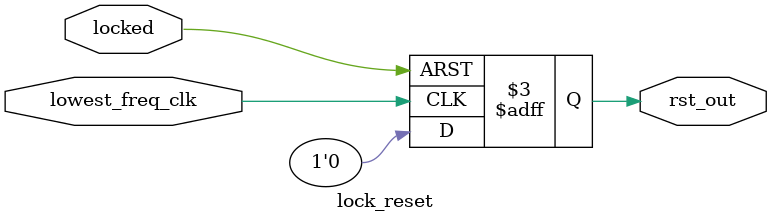
<source format=v>


`timescale 1 ns / 1 ps

// Declare the module and its ports. This is
// using Verilog-2001 syntax.

module lock_reset (    
    input wire lowest_freq_clk,                                
    input wire locked,                                     
    output reg rst_out                                     
);

    always @(negedge locked or posedge lowest_freq_clk) begin
        if(!locked) begin
            rst_out <= 1'b1;
        end
        else begin
            rst_out <= 1'b0;
        end
    end

endmodule
</source>
